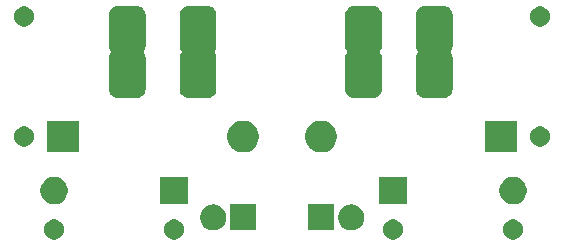
<source format=gbr>
G04 #@! TF.GenerationSoftware,KiCad,Pcbnew,5.1.5*
G04 #@! TF.CreationDate,2019-12-31T20:12:46-05:00*
G04 #@! TF.ProjectId,cm300-board,636d3330-302d-4626-9f61-72642e6b6963,rev?*
G04 #@! TF.SameCoordinates,Original*
G04 #@! TF.FileFunction,Soldermask,Top*
G04 #@! TF.FilePolarity,Negative*
%FSLAX46Y46*%
G04 Gerber Fmt 4.6, Leading zero omitted, Abs format (unit mm)*
G04 Created by KiCad (PCBNEW 5.1.5) date 2019-12-31 20:12:46*
%MOMM*%
%LPD*%
G04 APERTURE LIST*
%ADD10C,0.100000*%
G04 APERTURE END LIST*
D10*
G36*
X-966221772Y1039170297D02*
G01*
X-966066900Y1039106147D01*
X-965927519Y1039013015D01*
X-965808985Y1038894481D01*
X-965715853Y1038755100D01*
X-965651703Y1038600228D01*
X-965619000Y1038435816D01*
X-965619000Y1038268184D01*
X-965651703Y1038103772D01*
X-965715853Y1037948900D01*
X-965808985Y1037809519D01*
X-965927519Y1037690985D01*
X-966066900Y1037597853D01*
X-966221772Y1037533703D01*
X-966386184Y1037501000D01*
X-966553816Y1037501000D01*
X-966718228Y1037533703D01*
X-966873100Y1037597853D01*
X-967012481Y1037690985D01*
X-967131015Y1037809519D01*
X-967224147Y1037948900D01*
X-967288297Y1038103772D01*
X-967321000Y1038268184D01*
X-967321000Y1038435816D01*
X-967288297Y1038600228D01*
X-967224147Y1038755100D01*
X-967131015Y1038894481D01*
X-967012481Y1039013015D01*
X-966873100Y1039106147D01*
X-966718228Y1039170297D01*
X-966553816Y1039203000D01*
X-966386184Y1039203000D01*
X-966221772Y1039170297D01*
G37*
G36*
X-1005083772Y1039170297D02*
G01*
X-1004928900Y1039106147D01*
X-1004789519Y1039013015D01*
X-1004670985Y1038894481D01*
X-1004577853Y1038755100D01*
X-1004513703Y1038600228D01*
X-1004481000Y1038435816D01*
X-1004481000Y1038268184D01*
X-1004513703Y1038103772D01*
X-1004577853Y1037948900D01*
X-1004670985Y1037809519D01*
X-1004789519Y1037690985D01*
X-1004928900Y1037597853D01*
X-1005083772Y1037533703D01*
X-1005248184Y1037501000D01*
X-1005415816Y1037501000D01*
X-1005580228Y1037533703D01*
X-1005735100Y1037597853D01*
X-1005874481Y1037690985D01*
X-1005993015Y1037809519D01*
X-1006086147Y1037948900D01*
X-1006150297Y1038103772D01*
X-1006183000Y1038268184D01*
X-1006183000Y1038435816D01*
X-1006150297Y1038600228D01*
X-1006086147Y1038755100D01*
X-1005993015Y1038894481D01*
X-1005874481Y1039013015D01*
X-1005735100Y1039106147D01*
X-1005580228Y1039170297D01*
X-1005415816Y1039203000D01*
X-1005248184Y1039203000D01*
X-1005083772Y1039170297D01*
G37*
G36*
X-994923772Y1039170297D02*
G01*
X-994768900Y1039106147D01*
X-994629519Y1039013015D01*
X-994510985Y1038894481D01*
X-994417853Y1038755100D01*
X-994353703Y1038600228D01*
X-994321000Y1038435816D01*
X-994321000Y1038268184D01*
X-994353703Y1038103772D01*
X-994417853Y1037948900D01*
X-994510985Y1037809519D01*
X-994629519Y1037690985D01*
X-994768900Y1037597853D01*
X-994923772Y1037533703D01*
X-995088184Y1037501000D01*
X-995255816Y1037501000D01*
X-995420228Y1037533703D01*
X-995575100Y1037597853D01*
X-995714481Y1037690985D01*
X-995833015Y1037809519D01*
X-995926147Y1037948900D01*
X-995990297Y1038103772D01*
X-996023000Y1038268184D01*
X-996023000Y1038435816D01*
X-995990297Y1038600228D01*
X-995926147Y1038755100D01*
X-995833015Y1038894481D01*
X-995714481Y1039013015D01*
X-995575100Y1039106147D01*
X-995420228Y1039170297D01*
X-995255816Y1039203000D01*
X-995088184Y1039203000D01*
X-994923772Y1039170297D01*
G37*
G36*
X-976381772Y1039170297D02*
G01*
X-976226900Y1039106147D01*
X-976087519Y1039013015D01*
X-975968985Y1038894481D01*
X-975875853Y1038755100D01*
X-975811703Y1038600228D01*
X-975779000Y1038435816D01*
X-975779000Y1038268184D01*
X-975811703Y1038103772D01*
X-975875853Y1037948900D01*
X-975968985Y1037809519D01*
X-976087519Y1037690985D01*
X-976226900Y1037597853D01*
X-976381772Y1037533703D01*
X-976546184Y1037501000D01*
X-976713816Y1037501000D01*
X-976878228Y1037533703D01*
X-977033100Y1037597853D01*
X-977172481Y1037690985D01*
X-977291015Y1037809519D01*
X-977384147Y1037948900D01*
X-977448297Y1038103772D01*
X-977481000Y1038268184D01*
X-977481000Y1038435816D01*
X-977448297Y1038600228D01*
X-977384147Y1038755100D01*
X-977291015Y1038894481D01*
X-977172481Y1039013015D01*
X-977033100Y1039106147D01*
X-976878228Y1039170297D01*
X-976713816Y1039203000D01*
X-976546184Y1039203000D01*
X-976381772Y1039170297D01*
G37*
G36*
X-988229000Y1038267000D02*
G01*
X-990431000Y1038267000D01*
X-990431000Y1040469000D01*
X-988229000Y1040469000D01*
X-988229000Y1038267000D01*
G37*
G36*
X-991655206Y1040447845D02*
G01*
X-991548850Y1040426689D01*
X-991348480Y1040343693D01*
X-991168156Y1040223205D01*
X-991014795Y1040069844D01*
X-990894307Y1039889520D01*
X-990811311Y1039689149D01*
X-990769000Y1039476440D01*
X-990769000Y1039259560D01*
X-990811311Y1039046851D01*
X-990894307Y1038846480D01*
X-991014795Y1038666156D01*
X-991168156Y1038512795D01*
X-991348480Y1038392307D01*
X-991448666Y1038350809D01*
X-991548850Y1038309311D01*
X-991655205Y1038288156D01*
X-991761560Y1038267000D01*
X-991978440Y1038267000D01*
X-992084795Y1038288156D01*
X-992191150Y1038309311D01*
X-992291334Y1038350809D01*
X-992391520Y1038392307D01*
X-992571844Y1038512795D01*
X-992725205Y1038666156D01*
X-992845693Y1038846480D01*
X-992928689Y1039046851D01*
X-992971000Y1039259560D01*
X-992971000Y1039476440D01*
X-992928689Y1039689149D01*
X-992845693Y1039889520D01*
X-992725205Y1040069844D01*
X-992571844Y1040223205D01*
X-992391520Y1040343693D01*
X-992191150Y1040426689D01*
X-992084794Y1040447845D01*
X-991978440Y1040469000D01*
X-991761560Y1040469000D01*
X-991655206Y1040447845D01*
G37*
G36*
X-981625000Y1038267000D02*
G01*
X-983827000Y1038267000D01*
X-983827000Y1040469000D01*
X-981625000Y1040469000D01*
X-981625000Y1038267000D01*
G37*
G36*
X-979971206Y1040447845D02*
G01*
X-979864850Y1040426689D01*
X-979664480Y1040343693D01*
X-979484156Y1040223205D01*
X-979330795Y1040069844D01*
X-979210307Y1039889520D01*
X-979127311Y1039689149D01*
X-979085000Y1039476440D01*
X-979085000Y1039259560D01*
X-979127311Y1039046851D01*
X-979210307Y1038846480D01*
X-979330795Y1038666156D01*
X-979484156Y1038512795D01*
X-979664480Y1038392307D01*
X-979764666Y1038350809D01*
X-979864850Y1038309311D01*
X-979971205Y1038288156D01*
X-980077560Y1038267000D01*
X-980294440Y1038267000D01*
X-980400795Y1038288156D01*
X-980507150Y1038309311D01*
X-980607334Y1038350809D01*
X-980707520Y1038392307D01*
X-980887844Y1038512795D01*
X-981041205Y1038666156D01*
X-981161693Y1038846480D01*
X-981244689Y1039046851D01*
X-981287000Y1039259560D01*
X-981287000Y1039476440D01*
X-981244689Y1039689149D01*
X-981161693Y1039889520D01*
X-981041205Y1040069844D01*
X-980887844Y1040223205D01*
X-980707520Y1040343693D01*
X-980507150Y1040426689D01*
X-980400794Y1040447845D01*
X-980294440Y1040469000D01*
X-980077560Y1040469000D01*
X-979971206Y1040447845D01*
G37*
G36*
X-1005107451Y1042782884D02*
G01*
X-1004996266Y1042760768D01*
X-1004786797Y1042674003D01*
X-1004598280Y1042548040D01*
X-1004437960Y1042387720D01*
X-1004311997Y1042199203D01*
X-1004225232Y1041989734D01*
X-1004181000Y1041767364D01*
X-1004181000Y1041540636D01*
X-1004225232Y1041318266D01*
X-1004311997Y1041108797D01*
X-1004437960Y1040920280D01*
X-1004598280Y1040759960D01*
X-1004786797Y1040633997D01*
X-1004996266Y1040547232D01*
X-1005107451Y1040525116D01*
X-1005218635Y1040503000D01*
X-1005445365Y1040503000D01*
X-1005556549Y1040525116D01*
X-1005667734Y1040547232D01*
X-1005877203Y1040633997D01*
X-1006065720Y1040759960D01*
X-1006226040Y1040920280D01*
X-1006352003Y1041108797D01*
X-1006438768Y1041318266D01*
X-1006483000Y1041540636D01*
X-1006483000Y1041767364D01*
X-1006438768Y1041989734D01*
X-1006352003Y1042199203D01*
X-1006226040Y1042387720D01*
X-1006065720Y1042548040D01*
X-1005877203Y1042674003D01*
X-1005667734Y1042760768D01*
X-1005556549Y1042782884D01*
X-1005445365Y1042805000D01*
X-1005218635Y1042805000D01*
X-1005107451Y1042782884D01*
G37*
G36*
X-975479000Y1040503000D02*
G01*
X-977781000Y1040503000D01*
X-977781000Y1042805000D01*
X-975479000Y1042805000D01*
X-975479000Y1040503000D01*
G37*
G36*
X-966245451Y1042782884D02*
G01*
X-966134266Y1042760768D01*
X-965924797Y1042674003D01*
X-965736280Y1042548040D01*
X-965575960Y1042387720D01*
X-965449997Y1042199203D01*
X-965363232Y1041989734D01*
X-965319000Y1041767364D01*
X-965319000Y1041540636D01*
X-965363232Y1041318266D01*
X-965449997Y1041108797D01*
X-965575960Y1040920280D01*
X-965736280Y1040759960D01*
X-965924797Y1040633997D01*
X-966134266Y1040547232D01*
X-966245451Y1040525116D01*
X-966356635Y1040503000D01*
X-966583365Y1040503000D01*
X-966694549Y1040525116D01*
X-966805734Y1040547232D01*
X-967015203Y1040633997D01*
X-967203720Y1040759960D01*
X-967364040Y1040920280D01*
X-967490003Y1041108797D01*
X-967576768Y1041318266D01*
X-967621000Y1041540636D01*
X-967621000Y1041767364D01*
X-967576768Y1041989734D01*
X-967490003Y1042199203D01*
X-967364040Y1042387720D01*
X-967203720Y1042548040D01*
X-967015203Y1042674003D01*
X-966805734Y1042760768D01*
X-966694549Y1042782884D01*
X-966583365Y1042805000D01*
X-966356635Y1042805000D01*
X-966245451Y1042782884D01*
G37*
G36*
X-994021000Y1040503000D02*
G01*
X-996323000Y1040503000D01*
X-996323000Y1042805000D01*
X-994021000Y1042805000D01*
X-994021000Y1040503000D01*
G37*
G36*
X-966135000Y1044875000D02*
G01*
X-968837000Y1044875000D01*
X-968837000Y1047577000D01*
X-966135000Y1047577000D01*
X-966135000Y1044875000D01*
G37*
G36*
X-1003219000Y1044875000D02*
G01*
X-1005921000Y1044875000D01*
X-1005921000Y1047577000D01*
X-1003219000Y1047577000D01*
X-1003219000Y1044875000D01*
G37*
G36*
X-988935928Y1047525082D02*
G01*
X-988690061Y1047423241D01*
X-988578672Y1047348813D01*
X-988468789Y1047275391D01*
X-988280609Y1047087211D01*
X-988132758Y1046865937D01*
X-988030918Y1046620072D01*
X-987979000Y1046359063D01*
X-987979000Y1046092937D01*
X-988030918Y1045831928D01*
X-988132758Y1045586063D01*
X-988273786Y1045375000D01*
X-988280610Y1045364788D01*
X-988468788Y1045176610D01*
X-988690061Y1045028759D01*
X-988690062Y1045028758D01*
X-988690063Y1045028758D01*
X-988935928Y1044926918D01*
X-989196937Y1044875000D01*
X-989463063Y1044875000D01*
X-989724072Y1044926918D01*
X-989969937Y1045028758D01*
X-989969938Y1045028758D01*
X-989969939Y1045028759D01*
X-990191212Y1045176610D01*
X-990379390Y1045364788D01*
X-990386213Y1045375000D01*
X-990527242Y1045586063D01*
X-990629082Y1045831928D01*
X-990681000Y1046092937D01*
X-990681000Y1046359063D01*
X-990629082Y1046620072D01*
X-990527242Y1046865937D01*
X-990379391Y1047087211D01*
X-990191211Y1047275391D01*
X-990081328Y1047348813D01*
X-989969939Y1047423241D01*
X-989724072Y1047525082D01*
X-989463063Y1047577000D01*
X-989196937Y1047577000D01*
X-988935928Y1047525082D01*
G37*
G36*
X-982331928Y1047525082D02*
G01*
X-982086061Y1047423241D01*
X-981974672Y1047348813D01*
X-981864789Y1047275391D01*
X-981676609Y1047087211D01*
X-981528758Y1046865937D01*
X-981426918Y1046620072D01*
X-981375000Y1046359063D01*
X-981375000Y1046092937D01*
X-981426918Y1045831928D01*
X-981528758Y1045586063D01*
X-981669786Y1045375000D01*
X-981676610Y1045364788D01*
X-981864788Y1045176610D01*
X-982086061Y1045028759D01*
X-982086062Y1045028758D01*
X-982086063Y1045028758D01*
X-982331928Y1044926918D01*
X-982592937Y1044875000D01*
X-982859063Y1044875000D01*
X-983120072Y1044926918D01*
X-983365937Y1045028758D01*
X-983365938Y1045028758D01*
X-983365939Y1045028759D01*
X-983587212Y1045176610D01*
X-983775390Y1045364788D01*
X-983782213Y1045375000D01*
X-983923242Y1045586063D01*
X-984025082Y1045831928D01*
X-984077000Y1046092937D01*
X-984077000Y1046359063D01*
X-984025082Y1046620072D01*
X-983923242Y1046865937D01*
X-983775391Y1047087211D01*
X-983587211Y1047275391D01*
X-983477328Y1047348813D01*
X-983365939Y1047423241D01*
X-983120072Y1047525082D01*
X-982859063Y1047577000D01*
X-982592937Y1047577000D01*
X-982331928Y1047525082D01*
G37*
G36*
X-1007623772Y1047044297D02*
G01*
X-1007468900Y1046980147D01*
X-1007329519Y1046887015D01*
X-1007210985Y1046768481D01*
X-1007117853Y1046629100D01*
X-1007053703Y1046474228D01*
X-1007021000Y1046309816D01*
X-1007021000Y1046142184D01*
X-1007053703Y1045977772D01*
X-1007117853Y1045822900D01*
X-1007210985Y1045683519D01*
X-1007329519Y1045564985D01*
X-1007468900Y1045471853D01*
X-1007623772Y1045407703D01*
X-1007788184Y1045375000D01*
X-1007955816Y1045375000D01*
X-1008120228Y1045407703D01*
X-1008275100Y1045471853D01*
X-1008414481Y1045564985D01*
X-1008533015Y1045683519D01*
X-1008626147Y1045822900D01*
X-1008690297Y1045977772D01*
X-1008723000Y1046142184D01*
X-1008723000Y1046309816D01*
X-1008690297Y1046474228D01*
X-1008626147Y1046629100D01*
X-1008533015Y1046768481D01*
X-1008414481Y1046887015D01*
X-1008275100Y1046980147D01*
X-1008120228Y1047044297D01*
X-1007955816Y1047077000D01*
X-1007788184Y1047077000D01*
X-1007623772Y1047044297D01*
G37*
G36*
X-963935772Y1047044297D02*
G01*
X-963780900Y1046980147D01*
X-963641519Y1046887015D01*
X-963522985Y1046768481D01*
X-963429853Y1046629100D01*
X-963365703Y1046474228D01*
X-963333000Y1046309816D01*
X-963333000Y1046142184D01*
X-963365703Y1045977772D01*
X-963429853Y1045822900D01*
X-963522985Y1045683519D01*
X-963641519Y1045564985D01*
X-963780900Y1045471853D01*
X-963935772Y1045407703D01*
X-964100184Y1045375000D01*
X-964267816Y1045375000D01*
X-964432228Y1045407703D01*
X-964587100Y1045471853D01*
X-964726481Y1045564985D01*
X-964845015Y1045683519D01*
X-964938147Y1045822900D01*
X-965002297Y1045977772D01*
X-965035000Y1046142184D01*
X-965035000Y1046309816D01*
X-965002297Y1046474228D01*
X-964938147Y1046629100D01*
X-964845015Y1046768481D01*
X-964726481Y1046887015D01*
X-964587100Y1046980147D01*
X-964432228Y1047044297D01*
X-964267816Y1047077000D01*
X-964100184Y1047077000D01*
X-963935772Y1047044297D01*
G37*
G36*
X-992163021Y1057256707D02*
G01*
X-992029375Y1057216166D01*
X-991906216Y1057150336D01*
X-991798260Y1057061740D01*
X-991709664Y1056953784D01*
X-991643834Y1056830625D01*
X-991603293Y1056696979D01*
X-991589000Y1056551860D01*
X-991589000Y1053888140D01*
X-991603293Y1053743021D01*
X-991643834Y1053609375D01*
X-991709662Y1053486219D01*
X-991723548Y1053469299D01*
X-991737161Y1053448924D01*
X-991746539Y1053426285D01*
X-991751319Y1053402252D01*
X-991751319Y1053377748D01*
X-991746539Y1053353715D01*
X-991737161Y1053331076D01*
X-991723548Y1053310701D01*
X-991709662Y1053293781D01*
X-991643834Y1053170625D01*
X-991603293Y1053036979D01*
X-991589000Y1052891860D01*
X-991589000Y1050228140D01*
X-991603293Y1050083021D01*
X-991643834Y1049949375D01*
X-991709664Y1049826216D01*
X-991798260Y1049718260D01*
X-991906216Y1049629664D01*
X-992029375Y1049563834D01*
X-992163021Y1049523293D01*
X-992308140Y1049509000D01*
X-993971860Y1049509000D01*
X-994116979Y1049523293D01*
X-994250625Y1049563834D01*
X-994373784Y1049629664D01*
X-994481740Y1049718260D01*
X-994570336Y1049826216D01*
X-994636166Y1049949375D01*
X-994676707Y1050083021D01*
X-994691000Y1050228140D01*
X-994691000Y1052891860D01*
X-994676707Y1053036979D01*
X-994636166Y1053170625D01*
X-994570338Y1053293781D01*
X-994556452Y1053310701D01*
X-994542839Y1053331076D01*
X-994533461Y1053353715D01*
X-994528681Y1053377748D01*
X-994528681Y1053402252D01*
X-994533461Y1053426285D01*
X-994542839Y1053448924D01*
X-994556452Y1053469299D01*
X-994570338Y1053486219D01*
X-994636166Y1053609375D01*
X-994676707Y1053743021D01*
X-994691000Y1053888140D01*
X-994691000Y1056551860D01*
X-994676707Y1056696979D01*
X-994636166Y1056830625D01*
X-994570336Y1056953784D01*
X-994481740Y1057061740D01*
X-994373784Y1057150336D01*
X-994250625Y1057216166D01*
X-994116979Y1057256707D01*
X-993971860Y1057271000D01*
X-992308140Y1057271000D01*
X-992163021Y1057256707D01*
G37*
G36*
X-998163021Y1057256707D02*
G01*
X-998029375Y1057216166D01*
X-997906216Y1057150336D01*
X-997798260Y1057061740D01*
X-997709664Y1056953784D01*
X-997643834Y1056830625D01*
X-997603293Y1056696979D01*
X-997589000Y1056551860D01*
X-997589000Y1053888140D01*
X-997603293Y1053743021D01*
X-997643834Y1053609375D01*
X-997709662Y1053486219D01*
X-997723548Y1053469299D01*
X-997737161Y1053448924D01*
X-997746539Y1053426285D01*
X-997751319Y1053402252D01*
X-997751319Y1053377748D01*
X-997746539Y1053353715D01*
X-997737161Y1053331076D01*
X-997723548Y1053310701D01*
X-997709662Y1053293781D01*
X-997643834Y1053170625D01*
X-997603293Y1053036979D01*
X-997589000Y1052891860D01*
X-997589000Y1050228140D01*
X-997603293Y1050083021D01*
X-997643834Y1049949375D01*
X-997709664Y1049826216D01*
X-997798260Y1049718260D01*
X-997906216Y1049629664D01*
X-998029375Y1049563834D01*
X-998163021Y1049523293D01*
X-998308140Y1049509000D01*
X-999971860Y1049509000D01*
X-1000116979Y1049523293D01*
X-1000250625Y1049563834D01*
X-1000373784Y1049629664D01*
X-1000481740Y1049718260D01*
X-1000570336Y1049826216D01*
X-1000636166Y1049949375D01*
X-1000676707Y1050083021D01*
X-1000691000Y1050228140D01*
X-1000691000Y1052891860D01*
X-1000676707Y1053036979D01*
X-1000636166Y1053170625D01*
X-1000570338Y1053293781D01*
X-1000556452Y1053310701D01*
X-1000542839Y1053331076D01*
X-1000533461Y1053353715D01*
X-1000528681Y1053377748D01*
X-1000528681Y1053402252D01*
X-1000533461Y1053426285D01*
X-1000542839Y1053448924D01*
X-1000556452Y1053469299D01*
X-1000570338Y1053486219D01*
X-1000636166Y1053609375D01*
X-1000676707Y1053743021D01*
X-1000691000Y1053888140D01*
X-1000691000Y1056551860D01*
X-1000676707Y1056696979D01*
X-1000636166Y1056830625D01*
X-1000570336Y1056953784D01*
X-1000481740Y1057061740D01*
X-1000373784Y1057150336D01*
X-1000250625Y1057216166D01*
X-1000116979Y1057256707D01*
X-999971860Y1057271000D01*
X-998308140Y1057271000D01*
X-998163021Y1057256707D01*
G37*
G36*
X-972163021Y1057256707D02*
G01*
X-972029375Y1057216166D01*
X-971906216Y1057150336D01*
X-971798260Y1057061740D01*
X-971709664Y1056953784D01*
X-971643834Y1056830625D01*
X-971603293Y1056696979D01*
X-971589000Y1056551860D01*
X-971589000Y1053888140D01*
X-971603293Y1053743021D01*
X-971643834Y1053609375D01*
X-971709662Y1053486219D01*
X-971723548Y1053469299D01*
X-971737161Y1053448924D01*
X-971746539Y1053426285D01*
X-971751319Y1053402252D01*
X-971751319Y1053377748D01*
X-971746539Y1053353715D01*
X-971737161Y1053331076D01*
X-971723548Y1053310701D01*
X-971709662Y1053293781D01*
X-971643834Y1053170625D01*
X-971603293Y1053036979D01*
X-971589000Y1052891860D01*
X-971589000Y1050228140D01*
X-971603293Y1050083021D01*
X-971643834Y1049949375D01*
X-971709664Y1049826216D01*
X-971798260Y1049718260D01*
X-971906216Y1049629664D01*
X-972029375Y1049563834D01*
X-972163021Y1049523293D01*
X-972308140Y1049509000D01*
X-973971860Y1049509000D01*
X-974116979Y1049523293D01*
X-974250625Y1049563834D01*
X-974373784Y1049629664D01*
X-974481740Y1049718260D01*
X-974570336Y1049826216D01*
X-974636166Y1049949375D01*
X-974676707Y1050083021D01*
X-974691000Y1050228140D01*
X-974691000Y1052891860D01*
X-974676707Y1053036979D01*
X-974636166Y1053170625D01*
X-974570338Y1053293781D01*
X-974556452Y1053310701D01*
X-974542839Y1053331076D01*
X-974533461Y1053353715D01*
X-974528681Y1053377748D01*
X-974528681Y1053402252D01*
X-974533461Y1053426285D01*
X-974542839Y1053448924D01*
X-974556452Y1053469299D01*
X-974570338Y1053486219D01*
X-974636166Y1053609375D01*
X-974676707Y1053743021D01*
X-974691000Y1053888140D01*
X-974691000Y1056551860D01*
X-974676707Y1056696979D01*
X-974636166Y1056830625D01*
X-974570336Y1056953784D01*
X-974481740Y1057061740D01*
X-974373784Y1057150336D01*
X-974250625Y1057216166D01*
X-974116979Y1057256707D01*
X-973971860Y1057271000D01*
X-972308140Y1057271000D01*
X-972163021Y1057256707D01*
G37*
G36*
X-978163021Y1057256707D02*
G01*
X-978029375Y1057216166D01*
X-977906216Y1057150336D01*
X-977798260Y1057061740D01*
X-977709664Y1056953784D01*
X-977643834Y1056830625D01*
X-977603293Y1056696979D01*
X-977589000Y1056551860D01*
X-977589000Y1053888140D01*
X-977603293Y1053743021D01*
X-977643834Y1053609375D01*
X-977709662Y1053486219D01*
X-977723548Y1053469299D01*
X-977737161Y1053448924D01*
X-977746539Y1053426285D01*
X-977751319Y1053402252D01*
X-977751319Y1053377748D01*
X-977746539Y1053353715D01*
X-977737161Y1053331076D01*
X-977723548Y1053310701D01*
X-977709662Y1053293781D01*
X-977643834Y1053170625D01*
X-977603293Y1053036979D01*
X-977589000Y1052891860D01*
X-977589000Y1050228140D01*
X-977603293Y1050083021D01*
X-977643834Y1049949375D01*
X-977709664Y1049826216D01*
X-977798260Y1049718260D01*
X-977906216Y1049629664D01*
X-978029375Y1049563834D01*
X-978163021Y1049523293D01*
X-978308140Y1049509000D01*
X-979971860Y1049509000D01*
X-980116979Y1049523293D01*
X-980250625Y1049563834D01*
X-980373784Y1049629664D01*
X-980481740Y1049718260D01*
X-980570336Y1049826216D01*
X-980636166Y1049949375D01*
X-980676707Y1050083021D01*
X-980691000Y1050228140D01*
X-980691000Y1052891860D01*
X-980676707Y1053036979D01*
X-980636166Y1053170625D01*
X-980570338Y1053293781D01*
X-980556452Y1053310701D01*
X-980542839Y1053331076D01*
X-980533461Y1053353715D01*
X-980528681Y1053377748D01*
X-980528681Y1053402252D01*
X-980533461Y1053426285D01*
X-980542839Y1053448924D01*
X-980556452Y1053469299D01*
X-980570338Y1053486219D01*
X-980636166Y1053609375D01*
X-980676707Y1053743021D01*
X-980691000Y1053888140D01*
X-980691000Y1056551860D01*
X-980676707Y1056696979D01*
X-980636166Y1056830625D01*
X-980570336Y1056953784D01*
X-980481740Y1057061740D01*
X-980373784Y1057150336D01*
X-980250625Y1057216166D01*
X-980116979Y1057256707D01*
X-979971860Y1057271000D01*
X-978308140Y1057271000D01*
X-978163021Y1057256707D01*
G37*
G36*
X-1007623772Y1057204297D02*
G01*
X-1007468900Y1057140147D01*
X-1007329519Y1057047015D01*
X-1007210985Y1056928481D01*
X-1007117853Y1056789100D01*
X-1007053703Y1056634228D01*
X-1007021000Y1056469816D01*
X-1007021000Y1056302184D01*
X-1007053703Y1056137772D01*
X-1007117853Y1055982900D01*
X-1007210985Y1055843519D01*
X-1007329519Y1055724985D01*
X-1007468900Y1055631853D01*
X-1007623772Y1055567703D01*
X-1007788184Y1055535000D01*
X-1007955816Y1055535000D01*
X-1008120228Y1055567703D01*
X-1008275100Y1055631853D01*
X-1008414481Y1055724985D01*
X-1008533015Y1055843519D01*
X-1008626147Y1055982900D01*
X-1008690297Y1056137772D01*
X-1008723000Y1056302184D01*
X-1008723000Y1056469816D01*
X-1008690297Y1056634228D01*
X-1008626147Y1056789100D01*
X-1008533015Y1056928481D01*
X-1008414481Y1057047015D01*
X-1008275100Y1057140147D01*
X-1008120228Y1057204297D01*
X-1007955816Y1057237000D01*
X-1007788184Y1057237000D01*
X-1007623772Y1057204297D01*
G37*
G36*
X-963935772Y1057204297D02*
G01*
X-963780900Y1057140147D01*
X-963641519Y1057047015D01*
X-963522985Y1056928481D01*
X-963429853Y1056789100D01*
X-963365703Y1056634228D01*
X-963333000Y1056469816D01*
X-963333000Y1056302184D01*
X-963365703Y1056137772D01*
X-963429853Y1055982900D01*
X-963522985Y1055843519D01*
X-963641519Y1055724985D01*
X-963780900Y1055631853D01*
X-963935772Y1055567703D01*
X-964100184Y1055535000D01*
X-964267816Y1055535000D01*
X-964432228Y1055567703D01*
X-964587100Y1055631853D01*
X-964726481Y1055724985D01*
X-964845015Y1055843519D01*
X-964938147Y1055982900D01*
X-965002297Y1056137772D01*
X-965035000Y1056302184D01*
X-965035000Y1056469816D01*
X-965002297Y1056634228D01*
X-964938147Y1056789100D01*
X-964845015Y1056928481D01*
X-964726481Y1057047015D01*
X-964587100Y1057140147D01*
X-964432228Y1057204297D01*
X-964267816Y1057237000D01*
X-964100184Y1057237000D01*
X-963935772Y1057204297D01*
G37*
M02*

</source>
